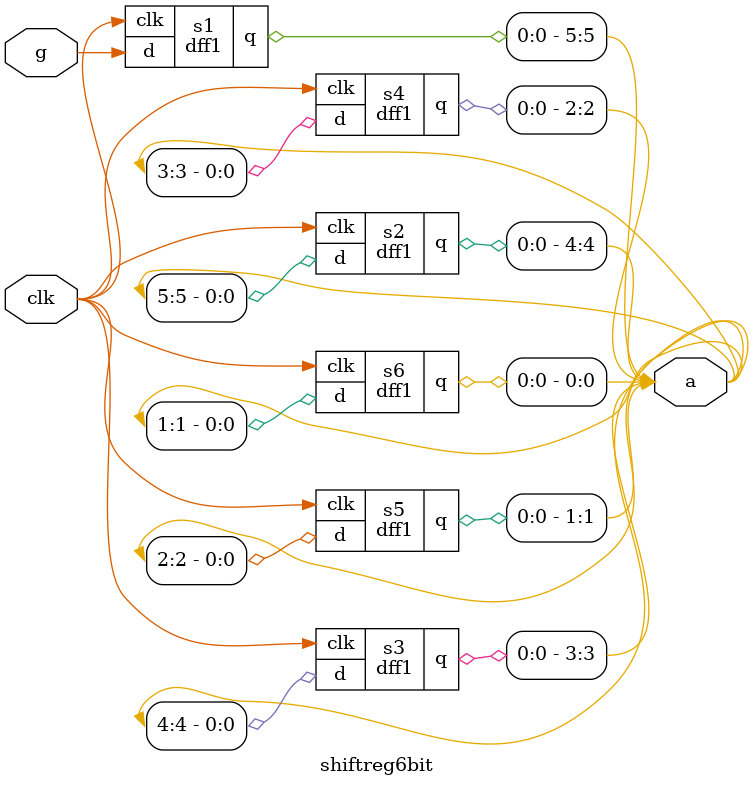
<source format=v>
module dff1(d,clk,q);
input d,clk;
output reg q = 0;
always @(posedge clk)
q<=d;
endmodule


module shiftreg6bit(g,clk,a);
input g,clk;
output [5:0]a;

  dff1 s1(g,clk,a[5]);
  dff1 s2(a[5],clk,a[4]);
  dff1 s3(a[4],clk,a[3]);
  dff1 s4(a[3],clk,a[2]);
  dff1 s5(a[2],clk,a[1]);
  dff1 s6(a[1],clk,a[0]);
  endmodule
  


  


  
  
 





</source>
